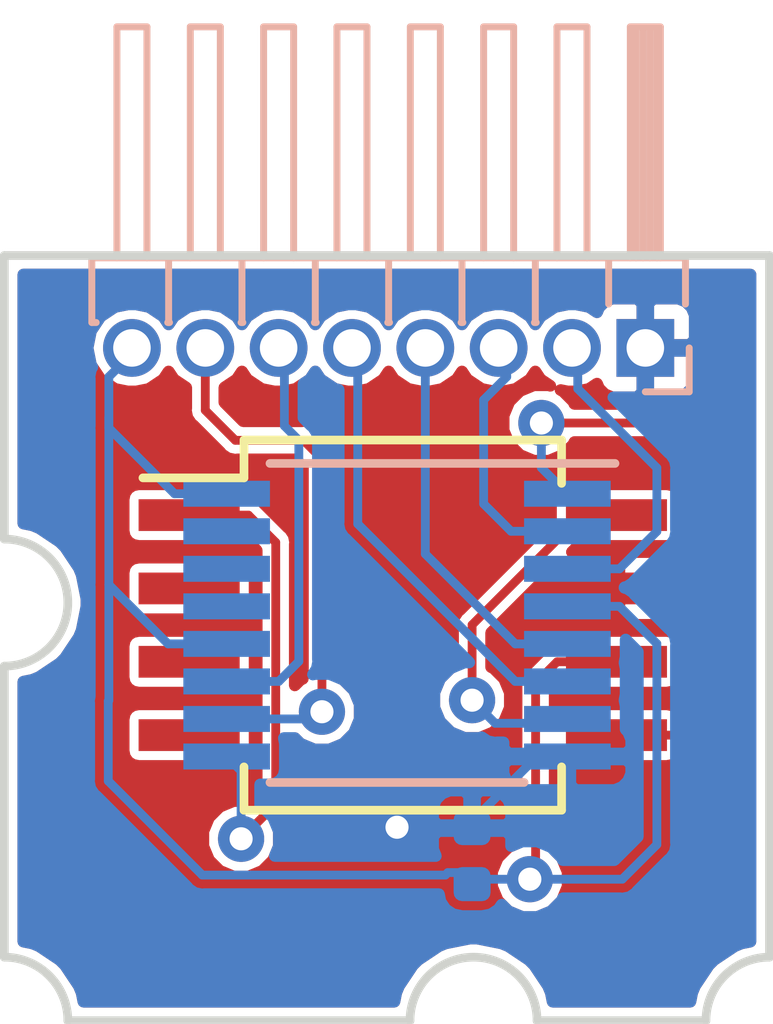
<source format=kicad_pcb>
(kicad_pcb (version 20171130) (host pcbnew 5.0.2-bee76a0~70~ubuntu18.04.1)

  (general
    (thickness 1)
    (drawings 10)
    (tracks 91)
    (zones 0)
    (modules 4)
    (nets 18)
  )

  (page A4)
  (layers
    (0 F.Cu signal)
    (31 B.Cu signal)
    (32 B.Adhes user)
    (33 F.Adhes user)
    (34 B.Paste user)
    (35 F.Paste user)
    (36 B.SilkS user)
    (37 F.SilkS user)
    (38 B.Mask user)
    (39 F.Mask user)
    (40 Dwgs.User user hide)
    (41 Cmts.User user)
    (42 Eco1.User user)
    (43 Eco2.User user)
    (44 Edge.Cuts user)
    (45 Margin user)
    (46 B.CrtYd user)
    (47 F.CrtYd user)
    (48 B.Fab user hide)
    (49 F.Fab user hide)
  )

  (setup
    (last_trace_width 0.1524)
    (trace_clearance 0.1524)
    (zone_clearance 0.1524)
    (zone_45_only no)
    (trace_min 0.1524)
    (segment_width 0.2)
    (edge_width 0.15)
    (via_size 0.8)
    (via_drill 0.4)
    (via_min_size 0.4)
    (via_min_drill 0.3)
    (uvia_size 0.3)
    (uvia_drill 0.1)
    (uvias_allowed no)
    (uvia_min_size 0.2)
    (uvia_min_drill 0.1)
    (pcb_text_width 0.3)
    (pcb_text_size 1.5 1.5)
    (mod_edge_width 0.15)
    (mod_text_size 1 1)
    (mod_text_width 0.15)
    (pad_size 1.524 1.524)
    (pad_drill 0.762)
    (pad_to_mask_clearance 0.2)
    (solder_mask_min_width 0.25)
    (aux_axis_origin 130.875 80.1)
    (grid_origin 130.875 80.1)
    (visible_elements 7FFFFF7F)
    (pcbplotparams
      (layerselection 0x010fc_ffffffff)
      (usegerberextensions true)
      (usegerberattributes false)
      (usegerberadvancedattributes false)
      (creategerberjobfile false)
      (excludeedgelayer true)
      (linewidth 0.100000)
      (plotframeref false)
      (viasonmask false)
      (mode 1)
      (useauxorigin false)
      (hpglpennumber 1)
      (hpglpenspeed 20)
      (hpglpendiameter 15.000000)
      (psnegative false)
      (psa4output false)
      (plotreference true)
      (plotvalue false)
      (plotinvisibletext false)
      (padsonsilk false)
      (subtractmaskfromsilk false)
      (outputformat 1)
      (mirror false)
      (drillshape 0)
      (scaleselection 1)
      (outputdirectory "TLI5012B_RS422_grb/"))
  )

  (net 0 "")
  (net 1 +5V)
  (net 2 GND)
  (net 3 /IFA)
  (net 4 /IFB)
  (net 5 /IFC)
  (net 6 /A_OUT_)
  (net 7 /A_OUT)
  (net 8 /B_OUT_)
  (net 9 /B_OUT)
  (net 10 /C_OUT_)
  (net 11 /C_OUT)
  (net 12 "Net-(U1-Pad2)")
  (net 13 "Net-(U1-Pad3)")
  (net 14 "Net-(U1-Pad4)")
  (net 15 "Net-(U2-Pad13)")
  (net 16 "Net-(U2-Pad14)")
  (net 17 "Net-(U2-Pad15)")

  (net_class Default "This is the default net class."
    (clearance 0.1524)
    (trace_width 0.1524)
    (via_dia 0.8)
    (via_drill 0.4)
    (uvia_dia 0.3)
    (uvia_drill 0.1)
    (add_net +5V)
    (add_net /A_OUT)
    (add_net /A_OUT_)
    (add_net /B_OUT)
    (add_net /B_OUT_)
    (add_net /C_OUT)
    (add_net /C_OUT_)
    (add_net /IFA)
    (add_net /IFB)
    (add_net /IFC)
    (add_net GND)
    (add_net "Net-(U1-Pad2)")
    (add_net "Net-(U1-Pad3)")
    (add_net "Net-(U1-Pad4)")
    (add_net "Net-(U2-Pad13)")
    (add_net "Net-(U2-Pad14)")
    (add_net "Net-(U2-Pad15)")
  )

  (net_class PWR ""
    (clearance 0.1524)
    (trace_width 0.254)
    (via_dia 0.8)
    (via_drill 0.4)
    (uvia_dia 0.3)
    (uvia_drill 0.1)
  )

  (module Package_SO:SO-8_5.3x6.2mm_P1.27mm (layer F.Cu) (tedit 5A02F2D3) (tstamp 5D39C21E)
    (at 137.775 86.5)
    (descr "8-Lead Plastic Small Outline, 5.3x6.2mm Body (http://www.ti.com.cn/cn/lit/ds/symlink/tl7705a.pdf)")
    (tags "SOIC 1.27")
    (path /5D38797F)
    (attr smd)
    (fp_text reference U1 (at 0 -4.13) (layer F.SilkS) hide
      (effects (font (size 1 1) (thickness 0.15)))
    )
    (fp_text value TLI5012B (at 0 4.13) (layer F.Fab)
      (effects (font (size 1 1) (thickness 0.15)))
    )
    (fp_text user %R (at 0 0) (layer F.Fab)
      (effects (font (size 1 1) (thickness 0.15)))
    )
    (fp_line (start -1.65 -3.1) (end 2.65 -3.1) (layer F.Fab) (width 0.15))
    (fp_line (start 2.65 -3.1) (end 2.65 3.1) (layer F.Fab) (width 0.15))
    (fp_line (start 2.65 3.1) (end -2.65 3.1) (layer F.Fab) (width 0.15))
    (fp_line (start -2.65 3.1) (end -2.65 -2.1) (layer F.Fab) (width 0.15))
    (fp_line (start -2.65 -2.1) (end -1.65 -3.1) (layer F.Fab) (width 0.15))
    (fp_line (start -4.83 -3.35) (end -4.83 3.35) (layer F.CrtYd) (width 0.05))
    (fp_line (start 4.83 -3.35) (end 4.83 3.35) (layer F.CrtYd) (width 0.05))
    (fp_line (start -4.83 -3.35) (end 4.83 -3.35) (layer F.CrtYd) (width 0.05))
    (fp_line (start -4.83 3.35) (end 4.83 3.35) (layer F.CrtYd) (width 0.05))
    (fp_line (start -2.75 -3.205) (end -2.75 -2.55) (layer F.SilkS) (width 0.15))
    (fp_line (start 2.75 -3.205) (end 2.75 -2.455) (layer F.SilkS) (width 0.15))
    (fp_line (start 2.75 3.205) (end 2.75 2.455) (layer F.SilkS) (width 0.15))
    (fp_line (start -2.75 3.205) (end -2.75 2.455) (layer F.SilkS) (width 0.15))
    (fp_line (start -2.75 -3.205) (end 2.75 -3.205) (layer F.SilkS) (width 0.15))
    (fp_line (start -2.75 3.205) (end 2.75 3.205) (layer F.SilkS) (width 0.15))
    (fp_line (start -2.75 -2.55) (end -4.5 -2.55) (layer F.SilkS) (width 0.15))
    (pad 1 smd rect (at -3.7 -1.905) (size 1.75 0.55) (layers F.Cu F.Paste F.Mask)
      (net 5 /IFC))
    (pad 2 smd rect (at -3.7 -0.635) (size 1.75 0.55) (layers F.Cu F.Paste F.Mask)
      (net 12 "Net-(U1-Pad2)"))
    (pad 3 smd rect (at -3.7 0.635) (size 1.75 0.55) (layers F.Cu F.Paste F.Mask)
      (net 13 "Net-(U1-Pad3)"))
    (pad 4 smd rect (at -3.7 1.905) (size 1.75 0.55) (layers F.Cu F.Paste F.Mask)
      (net 14 "Net-(U1-Pad4)"))
    (pad 5 smd rect (at 3.7 1.905) (size 1.75 0.55) (layers F.Cu F.Paste F.Mask)
      (net 3 /IFA))
    (pad 6 smd rect (at 3.7 0.635) (size 1.75 0.55) (layers F.Cu F.Paste F.Mask)
      (net 1 +5V))
    (pad 7 smd rect (at 3.7 -0.635) (size 1.75 0.55) (layers F.Cu F.Paste F.Mask)
      (net 2 GND))
    (pad 8 smd rect (at 3.7 -1.905) (size 1.75 0.55) (layers F.Cu F.Paste F.Mask)
      (net 4 /IFB))
    (model ${KISYS3DMOD}/Package_SO.3dshapes/SO-8_5.3x6.2mm_P1.27mm.wrl
      (at (xyz 0 0 0))
      (scale (xyz 1 1 1))
      (rotate (xyz 0 0 0))
    )
  )

  (module Capacitor_SMD:C_0402_1005Metric (layer B.Cu) (tedit 5E1E1855) (tstamp 5E342CC1)
    (at 138.975 90.5 90)
    (descr "Capacitor SMD 0402 (1005 Metric), square (rectangular) end terminal, IPC_7351 nominal, (Body size source: http://www.tortai-tech.com/upload/download/2011102023233369053.pdf), generated with kicad-footprint-generator")
    (tags capacitor)
    (path /5E1E300A)
    (attr smd)
    (fp_text reference C1 (at 0 1.17 90) (layer B.SilkS) hide
      (effects (font (size 1 1) (thickness 0.15)) (justify mirror))
    )
    (fp_text value 0.1u (at 0 -1.17 90) (layer B.Fab)
      (effects (font (size 1 1) (thickness 0.15)) (justify mirror))
    )
    (fp_line (start -0.5 -0.25) (end -0.5 0.25) (layer B.Fab) (width 0.1))
    (fp_line (start -0.5 0.25) (end 0.5 0.25) (layer B.Fab) (width 0.1))
    (fp_line (start 0.5 0.25) (end 0.5 -0.25) (layer B.Fab) (width 0.1))
    (fp_line (start 0.5 -0.25) (end -0.5 -0.25) (layer B.Fab) (width 0.1))
    (fp_line (start -0.93 -0.47) (end -0.93 0.47) (layer B.CrtYd) (width 0.05))
    (fp_line (start -0.93 0.47) (end 0.93 0.47) (layer B.CrtYd) (width 0.05))
    (fp_line (start 0.93 0.47) (end 0.93 -0.47) (layer B.CrtYd) (width 0.05))
    (fp_line (start 0.93 -0.47) (end -0.93 -0.47) (layer B.CrtYd) (width 0.05))
    (fp_text user %R (at 0 0 90) (layer B.Fab)
      (effects (font (size 0.25 0.25) (thickness 0.04)) (justify mirror))
    )
    (pad 1 smd roundrect (at -0.485 0 90) (size 0.59 0.64) (layers B.Cu B.Paste B.Mask) (roundrect_rratio 0.25)
      (net 1 +5V))
    (pad 2 smd roundrect (at 0.485 0 90) (size 0.59 0.64) (layers B.Cu B.Paste B.Mask) (roundrect_rratio 0.25)
      (net 2 GND))
    (model ${KISYS3DMOD}/Capacitor_SMD.3dshapes/C_0402_1005Metric.wrl
      (at (xyz 0 0 0))
      (scale (xyz 1 1 1))
      (rotate (xyz 0 0 0))
    )
  )

  (module Connector_PinHeader_1.27mm:PinHeader_1x08_P1.27mm_Horizontal (layer B.Cu) (tedit 5E1E1641) (tstamp 5E342CC2)
    (at 141.975 81.7 90)
    (descr "Through hole angled pin header, 1x08, 1.27mm pitch, 4.0mm pin length, single row")
    (tags "Through hole angled pin header THT 1x08 1.27mm single row")
    (path /5E1E28EC)
    (fp_text reference J1 (at 2.4325 1.635 90) (layer B.SilkS) hide
      (effects (font (size 1 1) (thickness 0.15)) (justify mirror))
    )
    (fp_text value Conn_01x08_Female (at 2.4325 -10.525 90) (layer B.Fab)
      (effects (font (size 1 1) (thickness 0.15)) (justify mirror))
    )
    (fp_line (start 0.75 0.635) (end 1.5 0.635) (layer B.Fab) (width 0.1))
    (fp_line (start 1.5 0.635) (end 1.5 -9.525) (layer B.Fab) (width 0.1))
    (fp_line (start 1.5 -9.525) (end 0.5 -9.525) (layer B.Fab) (width 0.1))
    (fp_line (start 0.5 -9.525) (end 0.5 0.385) (layer B.Fab) (width 0.1))
    (fp_line (start 0.5 0.385) (end 0.75 0.635) (layer B.Fab) (width 0.1))
    (fp_line (start -0.2 0.2) (end 0.5 0.2) (layer B.Fab) (width 0.1))
    (fp_line (start -0.2 0.2) (end -0.2 -0.2) (layer B.Fab) (width 0.1))
    (fp_line (start -0.2 -0.2) (end 0.5 -0.2) (layer B.Fab) (width 0.1))
    (fp_line (start 1.5 0.2) (end 5.5 0.2) (layer B.Fab) (width 0.1))
    (fp_line (start 5.5 0.2) (end 5.5 -0.2) (layer B.Fab) (width 0.1))
    (fp_line (start 1.5 -0.2) (end 5.5 -0.2) (layer B.Fab) (width 0.1))
    (fp_line (start -0.2 -1.07) (end 0.5 -1.07) (layer B.Fab) (width 0.1))
    (fp_line (start -0.2 -1.07) (end -0.2 -1.47) (layer B.Fab) (width 0.1))
    (fp_line (start -0.2 -1.47) (end 0.5 -1.47) (layer B.Fab) (width 0.1))
    (fp_line (start 1.5 -1.07) (end 5.5 -1.07) (layer B.Fab) (width 0.1))
    (fp_line (start 5.5 -1.07) (end 5.5 -1.47) (layer B.Fab) (width 0.1))
    (fp_line (start 1.5 -1.47) (end 5.5 -1.47) (layer B.Fab) (width 0.1))
    (fp_line (start -0.2 -2.34) (end 0.5 -2.34) (layer B.Fab) (width 0.1))
    (fp_line (start -0.2 -2.34) (end -0.2 -2.74) (layer B.Fab) (width 0.1))
    (fp_line (start -0.2 -2.74) (end 0.5 -2.74) (layer B.Fab) (width 0.1))
    (fp_line (start 1.5 -2.34) (end 5.5 -2.34) (layer B.Fab) (width 0.1))
    (fp_line (start 5.5 -2.34) (end 5.5 -2.74) (layer B.Fab) (width 0.1))
    (fp_line (start 1.5 -2.74) (end 5.5 -2.74) (layer B.Fab) (width 0.1))
    (fp_line (start -0.2 -3.61) (end 0.5 -3.61) (layer B.Fab) (width 0.1))
    (fp_line (start -0.2 -3.61) (end -0.2 -4.01) (layer B.Fab) (width 0.1))
    (fp_line (start -0.2 -4.01) (end 0.5 -4.01) (layer B.Fab) (width 0.1))
    (fp_line (start 1.5 -3.61) (end 5.5 -3.61) (layer B.Fab) (width 0.1))
    (fp_line (start 5.5 -3.61) (end 5.5 -4.01) (layer B.Fab) (width 0.1))
    (fp_line (start 1.5 -4.01) (end 5.5 -4.01) (layer B.Fab) (width 0.1))
    (fp_line (start -0.2 -4.88) (end 0.5 -4.88) (layer B.Fab) (width 0.1))
    (fp_line (start -0.2 -4.88) (end -0.2 -5.28) (layer B.Fab) (width 0.1))
    (fp_line (start -0.2 -5.28) (end 0.5 -5.28) (layer B.Fab) (width 0.1))
    (fp_line (start 1.5 -4.88) (end 5.5 -4.88) (layer B.Fab) (width 0.1))
    (fp_line (start 5.5 -4.88) (end 5.5 -5.28) (layer B.Fab) (width 0.1))
    (fp_line (start 1.5 -5.28) (end 5.5 -5.28) (layer B.Fab) (width 0.1))
    (fp_line (start -0.2 -6.15) (end 0.5 -6.15) (layer B.Fab) (width 0.1))
    (fp_line (start -0.2 -6.15) (end -0.2 -6.55) (layer B.Fab) (width 0.1))
    (fp_line (start -0.2 -6.55) (end 0.5 -6.55) (layer B.Fab) (width 0.1))
    (fp_line (start 1.5 -6.15) (end 5.5 -6.15) (layer B.Fab) (width 0.1))
    (fp_line (start 5.5 -6.15) (end 5.5 -6.55) (layer B.Fab) (width 0.1))
    (fp_line (start 1.5 -6.55) (end 5.5 -6.55) (layer B.Fab) (width 0.1))
    (fp_line (start -0.2 -7.42) (end 0.5 -7.42) (layer B.Fab) (width 0.1))
    (fp_line (start -0.2 -7.42) (end -0.2 -7.82) (layer B.Fab) (width 0.1))
    (fp_line (start -0.2 -7.82) (end 0.5 -7.82) (layer B.Fab) (width 0.1))
    (fp_line (start 1.5 -7.42) (end 5.5 -7.42) (layer B.Fab) (width 0.1))
    (fp_line (start 5.5 -7.42) (end 5.5 -7.82) (layer B.Fab) (width 0.1))
    (fp_line (start 1.5 -7.82) (end 5.5 -7.82) (layer B.Fab) (width 0.1))
    (fp_line (start -0.2 -8.69) (end 0.5 -8.69) (layer B.Fab) (width 0.1))
    (fp_line (start -0.2 -8.69) (end -0.2 -9.09) (layer B.Fab) (width 0.1))
    (fp_line (start -0.2 -9.09) (end 0.5 -9.09) (layer B.Fab) (width 0.1))
    (fp_line (start 1.5 -8.69) (end 5.5 -8.69) (layer B.Fab) (width 0.1))
    (fp_line (start 5.5 -8.69) (end 5.5 -9.09) (layer B.Fab) (width 0.1))
    (fp_line (start 1.5 -9.09) (end 5.5 -9.09) (layer B.Fab) (width 0.1))
    (fp_line (start 0.76 0.695) (end 1.56 0.695) (layer B.SilkS) (width 0.12))
    (fp_line (start 1.56 0.695) (end 1.56 -9.585) (layer B.SilkS) (width 0.12))
    (fp_line (start 1.56 -9.585) (end 0.44 -9.585) (layer B.SilkS) (width 0.12))
    (fp_line (start 0.44 -9.585) (end 0.44 -9.509677) (layer B.SilkS) (width 0.12))
    (fp_line (start 1.56 0.26) (end 5.56 0.26) (layer B.SilkS) (width 0.12))
    (fp_line (start 5.56 0.26) (end 5.56 -0.26) (layer B.SilkS) (width 0.12))
    (fp_line (start 5.56 -0.26) (end 1.56 -0.26) (layer B.SilkS) (width 0.12))
    (fp_line (start 1.56 0.2) (end 5.56 0.2) (layer B.SilkS) (width 0.12))
    (fp_line (start 1.56 0.08) (end 5.56 0.08) (layer B.SilkS) (width 0.12))
    (fp_line (start 1.56 -0.04) (end 5.56 -0.04) (layer B.SilkS) (width 0.12))
    (fp_line (start 1.56 -0.16) (end 5.56 -0.16) (layer B.SilkS) (width 0.12))
    (fp_line (start 0.76 -0.635) (end 1.56 -0.635) (layer B.SilkS) (width 0.12))
    (fp_line (start 1.56 -1.01) (end 5.56 -1.01) (layer B.SilkS) (width 0.12))
    (fp_line (start 5.56 -1.01) (end 5.56 -1.53) (layer B.SilkS) (width 0.12))
    (fp_line (start 5.56 -1.53) (end 1.56 -1.53) (layer B.SilkS) (width 0.12))
    (fp_line (start 0.44 -1.905) (end 1.56 -1.905) (layer B.SilkS) (width 0.12))
    (fp_line (start 0.44 -1.889677) (end 0.44 -1.920323) (layer B.SilkS) (width 0.12))
    (fp_line (start 1.56 -2.28) (end 5.56 -2.28) (layer B.SilkS) (width 0.12))
    (fp_line (start 5.56 -2.28) (end 5.56 -2.8) (layer B.SilkS) (width 0.12))
    (fp_line (start 5.56 -2.8) (end 1.56 -2.8) (layer B.SilkS) (width 0.12))
    (fp_line (start 0.44 -3.175) (end 1.56 -3.175) (layer B.SilkS) (width 0.12))
    (fp_line (start 0.44 -3.159677) (end 0.44 -3.190323) (layer B.SilkS) (width 0.12))
    (fp_line (start 1.56 -3.55) (end 5.56 -3.55) (layer B.SilkS) (width 0.12))
    (fp_line (start 5.56 -3.55) (end 5.56 -4.07) (layer B.SilkS) (width 0.12))
    (fp_line (start 5.56 -4.07) (end 1.56 -4.07) (layer B.SilkS) (width 0.12))
    (fp_line (start 0.44 -4.445) (end 1.56 -4.445) (layer B.SilkS) (width 0.12))
    (fp_line (start 0.44 -4.429677) (end 0.44 -4.460323) (layer B.SilkS) (width 0.12))
    (fp_line (start 1.56 -4.82) (end 5.56 -4.82) (layer B.SilkS) (width 0.12))
    (fp_line (start 5.56 -4.82) (end 5.56 -5.34) (layer B.SilkS) (width 0.12))
    (fp_line (start 5.56 -5.34) (end 1.56 -5.34) (layer B.SilkS) (width 0.12))
    (fp_line (start 0.44 -5.715) (end 1.56 -5.715) (layer B.SilkS) (width 0.12))
    (fp_line (start 0.44 -5.699677) (end 0.44 -5.730323) (layer B.SilkS) (width 0.12))
    (fp_line (start 1.56 -6.09) (end 5.56 -6.09) (layer B.SilkS) (width 0.12))
    (fp_line (start 5.56 -6.09) (end 5.56 -6.61) (layer B.SilkS) (width 0.12))
    (fp_line (start 5.56 -6.61) (end 1.56 -6.61) (layer B.SilkS) (width 0.12))
    (fp_line (start 0.44 -6.985) (end 1.56 -6.985) (layer B.SilkS) (width 0.12))
    (fp_line (start 0.44 -6.969677) (end 0.44 -7.000323) (layer B.SilkS) (width 0.12))
    (fp_line (start 1.56 -7.36) (end 5.56 -7.36) (layer B.SilkS) (width 0.12))
    (fp_line (start 5.56 -7.36) (end 5.56 -7.88) (layer B.SilkS) (width 0.12))
    (fp_line (start 5.56 -7.88) (end 1.56 -7.88) (layer B.SilkS) (width 0.12))
    (fp_line (start 0.44 -8.255) (end 1.56 -8.255) (layer B.SilkS) (width 0.12))
    (fp_line (start 0.44 -8.239677) (end 0.44 -8.270323) (layer B.SilkS) (width 0.12))
    (fp_line (start 1.56 -8.63) (end 5.56 -8.63) (layer B.SilkS) (width 0.12))
    (fp_line (start 5.56 -8.63) (end 5.56 -9.15) (layer B.SilkS) (width 0.12))
    (fp_line (start 5.56 -9.15) (end 1.56 -9.15) (layer B.SilkS) (width 0.12))
    (fp_line (start -0.76 0) (end -0.76 0.76) (layer B.SilkS) (width 0.12))
    (fp_line (start -0.76 0.76) (end 0 0.76) (layer B.SilkS) (width 0.12))
    (fp_line (start -1.15 1.15) (end -1.15 -10.05) (layer B.CrtYd) (width 0.05))
    (fp_line (start -1.15 -10.05) (end 6 -10.05) (layer B.CrtYd) (width 0.05))
    (fp_line (start 6 -10.05) (end 6 1.15) (layer B.CrtYd) (width 0.05))
    (fp_line (start 6 1.15) (end -1.15 1.15) (layer B.CrtYd) (width 0.05))
    (fp_text user %R (at 1 -4.445) (layer B.Fab)
      (effects (font (size 0.6 0.6) (thickness 0.09)) (justify mirror))
    )
    (pad 1 thru_hole rect (at 0 0 90) (size 1 1) (drill 0.65) (layers *.Cu *.Mask)
      (net 2 GND))
    (pad 2 thru_hole oval (at 0 -1.27 90) (size 1 1) (drill 0.65) (layers *.Cu *.Mask)
      (net 6 /A_OUT_))
    (pad 3 thru_hole oval (at 0 -2.54 90) (size 1 1) (drill 0.65) (layers *.Cu *.Mask)
      (net 7 /A_OUT))
    (pad 4 thru_hole oval (at 0 -3.81 90) (size 1 1) (drill 0.65) (layers *.Cu *.Mask)
      (net 8 /B_OUT_))
    (pad 5 thru_hole oval (at 0 -5.08 90) (size 1 1) (drill 0.65) (layers *.Cu *.Mask)
      (net 9 /B_OUT))
    (pad 6 thru_hole oval (at 0 -6.35 90) (size 1 1) (drill 0.65) (layers *.Cu *.Mask)
      (net 10 /C_OUT_))
    (pad 7 thru_hole oval (at 0 -7.62 90) (size 1 1) (drill 0.65) (layers *.Cu *.Mask)
      (net 11 /C_OUT))
    (pad 8 thru_hole oval (at 0 -8.89 90) (size 1 1) (drill 0.65) (layers *.Cu *.Mask)
      (net 1 +5V))
    (model ${KISYS3DMOD}/Connector_PinHeader_1.27mm.3dshapes/PinHeader_1x08_P1.27mm_Horizontal.wrl
      (at (xyz 0 0 0))
      (scale (xyz 1 1 1))
      (rotate (xyz 0 0 0))
    )
  )

  (module Package_SO:TSSOP-16_4.4x5mm_P0.65mm (layer B.Cu) (tedit 5E1E163D) (tstamp 5E342D55)
    (at 137.675 86.5 180)
    (descr "16-Lead Plastic Thin Shrink Small Outline (ST)-4.4 mm Body [TSSOP] (see Microchip Packaging Specification 00000049BS.pdf)")
    (tags "SSOP 0.65")
    (path /5E1E275F)
    (attr smd)
    (fp_text reference U2 (at 0 3.55 180) (layer B.SilkS) hide
      (effects (font (size 1 1) (thickness 0.15)) (justify mirror))
    )
    (fp_text value ST26C31B (at 0 -3.55 180) (layer B.Fab)
      (effects (font (size 1 1) (thickness 0.15)) (justify mirror))
    )
    (fp_line (start -1.2 2.5) (end 2.2 2.5) (layer B.Fab) (width 0.15))
    (fp_line (start 2.2 2.5) (end 2.2 -2.5) (layer B.Fab) (width 0.15))
    (fp_line (start 2.2 -2.5) (end -2.2 -2.5) (layer B.Fab) (width 0.15))
    (fp_line (start -2.2 -2.5) (end -2.2 1.5) (layer B.Fab) (width 0.15))
    (fp_line (start -2.2 1.5) (end -1.2 2.5) (layer B.Fab) (width 0.15))
    (fp_line (start -3.95 2.9) (end -3.95 -2.8) (layer B.CrtYd) (width 0.05))
    (fp_line (start 3.95 2.9) (end 3.95 -2.8) (layer B.CrtYd) (width 0.05))
    (fp_line (start -3.95 2.9) (end 3.95 2.9) (layer B.CrtYd) (width 0.05))
    (fp_line (start -3.95 -2.8) (end 3.95 -2.8) (layer B.CrtYd) (width 0.05))
    (fp_line (start -2.2 -2.725) (end 2.2 -2.725) (layer B.SilkS) (width 0.15))
    (fp_line (start -3.775 2.8) (end 2.2 2.8) (layer B.SilkS) (width 0.15))
    (fp_text user %R (at 0 0 180) (layer B.Fab)
      (effects (font (size 0.8 0.8) (thickness 0.15)) (justify mirror))
    )
    (pad 1 smd rect (at -2.95 2.275 180) (size 1.5 0.45) (layers B.Cu B.Paste B.Mask)
      (net 3 /IFA))
    (pad 2 smd rect (at -2.95 1.625 180) (size 1.5 0.45) (layers B.Cu B.Paste B.Mask)
      (net 7 /A_OUT))
    (pad 3 smd rect (at -2.95 0.975 180) (size 1.5 0.45) (layers B.Cu B.Paste B.Mask)
      (net 6 /A_OUT_))
    (pad 4 smd rect (at -2.95 0.325 180) (size 1.5 0.45) (layers B.Cu B.Paste B.Mask)
      (net 1 +5V))
    (pad 5 smd rect (at -2.95 -0.325 180) (size 1.5 0.45) (layers B.Cu B.Paste B.Mask)
      (net 8 /B_OUT_))
    (pad 6 smd rect (at -2.95 -0.975 180) (size 1.5 0.45) (layers B.Cu B.Paste B.Mask)
      (net 9 /B_OUT))
    (pad 7 smd rect (at -2.95 -1.625 180) (size 1.5 0.45) (layers B.Cu B.Paste B.Mask)
      (net 4 /IFB))
    (pad 8 smd rect (at -2.95 -2.275 180) (size 1.5 0.45) (layers B.Cu B.Paste B.Mask)
      (net 2 GND))
    (pad 9 smd rect (at 2.95 -2.275 180) (size 1.5 0.45) (layers B.Cu B.Paste B.Mask)
      (net 5 /IFC))
    (pad 10 smd rect (at 2.95 -1.625 180) (size 1.5 0.45) (layers B.Cu B.Paste B.Mask)
      (net 11 /C_OUT))
    (pad 11 smd rect (at 2.95 -0.975 180) (size 1.5 0.45) (layers B.Cu B.Paste B.Mask)
      (net 10 /C_OUT_))
    (pad 12 smd rect (at 2.95 -0.325 180) (size 1.5 0.45) (layers B.Cu B.Paste B.Mask)
      (net 1 +5V))
    (pad 13 smd rect (at 2.95 0.325 180) (size 1.5 0.45) (layers B.Cu B.Paste B.Mask)
      (net 15 "Net-(U2-Pad13)"))
    (pad 14 smd rect (at 2.95 0.975 180) (size 1.5 0.45) (layers B.Cu B.Paste B.Mask)
      (net 16 "Net-(U2-Pad14)"))
    (pad 15 smd rect (at 2.95 1.625 180) (size 1.5 0.45) (layers B.Cu B.Paste B.Mask)
      (net 17 "Net-(U2-Pad15)"))
    (pad 16 smd rect (at 2.95 2.275 180) (size 1.5 0.45) (layers B.Cu B.Paste B.Mask)
      (net 1 +5V))
    (model ${KISYS3DMOD}/Package_SO.3dshapes/TSSOP-16_4.4x5mm_P0.65mm.wrl
      (at (xyz 0 0 0))
      (scale (xyz 1 1 1))
      (rotate (xyz 0 0 0))
    )
  )

  (gr_arc (start 130.875 86.11) (end 130.875 85.01) (angle 180) (layer Edge.Cuts) (width 0.15) (tstamp 5B9FA8D2))
  (gr_line (start 130.875 80.1) (end 130.875 85.01) (angle 90) (layer Edge.Cuts) (width 0.15) (tstamp 5B9FA8D1))
  (gr_arc (start 144.125 93.35) (end 143.025 93.35) (angle 90) (layer Edge.Cuts) (width 0.15) (tstamp 5B9FA8D0))
  (gr_arc (start 139 93.35) (end 137.9 93.35) (angle 180) (layer Edge.Cuts) (width 0.15) (tstamp 5B9FA8CF))
  (gr_line (start 143.025 93.35) (end 140.1 93.35) (angle 90) (layer Edge.Cuts) (width 0.15) (tstamp 5B9FA8CE))
  (gr_line (start 130.875 80.1) (end 144.125 80.1) (angle 90) (layer Edge.Cuts) (width 0.15) (tstamp 5B9FA8CD))
  (gr_line (start 144.125 80.1) (end 144.125 92.25) (angle 90) (layer Edge.Cuts) (width 0.15) (tstamp 5B9FA8CC))
  (gr_line (start 137.9 93.35) (end 131.975 93.35) (angle 90) (layer Edge.Cuts) (width 0.15) (tstamp 5B9FA8CB))
  (gr_line (start 130.875 92.25) (end 130.875 87.21) (angle 90) (layer Edge.Cuts) (width 0.15) (tstamp 5B9FA8CA))
  (gr_arc (start 130.875 93.35) (end 130.875 92.25) (angle 90) (layer Edge.Cuts) (width 0.15) (tstamp 5B9FA8C9))

  (segment (start 134.2 84.225) (end 134.725 84.225) (width 0.1524) (layer B.Cu) (net 1))
  (segment (start 140.4476 87.135) (end 140.075 87.5076) (width 0.1524) (layer F.Cu) (net 1))
  (segment (start 141.475 87.135) (end 140.4476 87.135) (width 0.1524) (layer F.Cu) (net 1))
  (segment (start 140.075 87.5076) (end 140.075 90.8) (width 0.1524) (layer F.Cu) (net 1))
  (via (at 139.975 90.9) (size 0.8) (drill 0.4) (layers F.Cu B.Cu) (net 1))
  (segment (start 140.075 90.8) (end 139.975 90.9) (width 0.1524) (layer F.Cu) (net 1))
  (segment (start 141.5274 86.175) (end 142.175 86.8226) (width 0.1524) (layer B.Cu) (net 1))
  (segment (start 140.625 86.175) (end 141.5274 86.175) (width 0.1524) (layer B.Cu) (net 1))
  (segment (start 142.175 86.8226) (end 142.175 90.3) (width 0.1524) (layer B.Cu) (net 1))
  (segment (start 141.575 90.9) (end 139.975 90.9) (width 0.1524) (layer B.Cu) (net 1))
  (segment (start 142.175 90.3) (end 141.575 90.9) (width 0.1524) (layer B.Cu) (net 1))
  (segment (start 133.185 81.7) (end 132.685001 82.199999) (width 0.1524) (layer B.Cu) (net 1))
  (segment (start 133.710001 86.825) (end 132.685001 85.8) (width 0.1524) (layer B.Cu) (net 1))
  (segment (start 134.725 86.825) (end 133.710001 86.825) (width 0.1524) (layer B.Cu) (net 1))
  (segment (start 132.685001 83.087401) (end 132.685001 82.9) (width 0.1524) (layer B.Cu) (net 1))
  (segment (start 133.8226 84.225) (end 132.685001 83.087401) (width 0.1524) (layer B.Cu) (net 1))
  (segment (start 134.725 84.225) (end 133.8226 84.225) (width 0.1524) (layer B.Cu) (net 1))
  (segment (start 132.685001 82.199999) (end 132.685001 82.9) (width 0.1524) (layer B.Cu) (net 1))
  (segment (start 132.685001 82.9) (end 132.685001 85.8) (width 0.1524) (layer B.Cu) (net 1))
  (segment (start 132.675 87.815) (end 132.675 89.2) (width 0.1524) (layer B.Cu) (net 1))
  (segment (start 132.685001 85.8) (end 132.685001 87.804999) (width 0.1524) (layer B.Cu) (net 1))
  (segment (start 132.685001 87.804999) (end 132.675 87.815) (width 0.1524) (layer B.Cu) (net 1))
  (segment (start 139.89 90.985) (end 139.975 90.9) (width 0.1524) (layer B.Cu) (net 1))
  (segment (start 139.09 90.9) (end 138.975 90.785) (width 0.1524) (layer B.Cu) (net 1))
  (segment (start 139.975 90.9) (end 139.09 90.9) (width 0.1524) (layer B.Cu) (net 1))
  (segment (start 138.555 90.785) (end 138.511399 90.828601) (width 0.1524) (layer B.Cu) (net 1))
  (segment (start 138.511399 90.828601) (end 134.303601 90.828601) (width 0.1524) (layer B.Cu) (net 1))
  (segment (start 132.675 89.2) (end 134.175 90.7) (width 0.1524) (layer B.Cu) (net 1))
  (segment (start 134.303601 90.828601) (end 134.175 90.7) (width 0.1524) (layer B.Cu) (net 1))
  (segment (start 138.975 90.785) (end 138.555 90.785) (width 0.1524) (layer B.Cu) (net 1))
  (segment (start 138.975 89.9) (end 138.975 90.015) (width 0.1524) (layer B.Cu) (net 2))
  (segment (start 140.1 88.775) (end 138.975 89.9) (width 0.1524) (layer B.Cu) (net 2))
  (segment (start 140.625 88.775) (end 140.1 88.775) (width 0.1524) (layer B.Cu) (net 2))
  (via (at 137.675 90) (size 0.8) (drill 0.4) (layers F.Cu B.Cu) (net 2))
  (segment (start 138.975 90.015) (end 137.69 90.015) (width 0.1524) (layer B.Cu) (net 2))
  (segment (start 137.69 90.015) (end 137.675 90) (width 0.1524) (layer B.Cu) (net 2))
  (via (at 140.175 83) (size 0.8) (drill 0.4) (layers F.Cu B.Cu) (net 3))
  (segment (start 140.175 83.775) (end 140.625 84.225) (width 0.1524) (layer B.Cu) (net 3))
  (segment (start 140.175 83) (end 140.175 83.775) (width 0.1524) (layer B.Cu) (net 3))
  (segment (start 142.975 83.8) (end 142.175 83) (width 0.1524) (layer F.Cu) (net 3))
  (segment (start 142.175 83) (end 140.175 83) (width 0.1524) (layer F.Cu) (net 3))
  (segment (start 142.975 88.1) (end 142.975 83.8) (width 0.1524) (layer F.Cu) (net 3))
  (segment (start 142.67 88.405) (end 142.975 88.1) (width 0.1524) (layer F.Cu) (net 3))
  (segment (start 141.475 88.405) (end 142.67 88.405) (width 0.1524) (layer F.Cu) (net 3))
  (segment (start 138.975 86.495) (end 138.975 87.8) (width 0.1524) (layer F.Cu) (net 4))
  (via (at 138.975 87.8) (size 0.8) (drill 0.4) (layers F.Cu B.Cu) (net 4))
  (segment (start 141.475 84.595) (end 140.875 84.595) (width 0.1524) (layer F.Cu) (net 4))
  (segment (start 140.875 84.595) (end 138.975 86.495) (width 0.1524) (layer F.Cu) (net 4))
  (segment (start 140.550001 88.199999) (end 140.625 88.125) (width 0.1524) (layer B.Cu) (net 4))
  (segment (start 139.374999 88.199999) (end 140.550001 88.199999) (width 0.1524) (layer B.Cu) (net 4))
  (segment (start 138.975 87.8) (end 139.374999 88.199999) (width 0.1524) (layer B.Cu) (net 4))
  (segment (start 135.1024 84.595) (end 135.575 85.0676) (width 0.1524) (layer F.Cu) (net 5))
  (segment (start 134.075 84.595) (end 135.1024 84.595) (width 0.1524) (layer F.Cu) (net 5))
  (via (at 134.975 90.2) (size 0.8) (drill 0.4) (layers F.Cu B.Cu) (net 5))
  (segment (start 135.575 85.0676) (end 135.575 89.6) (width 0.1524) (layer F.Cu) (net 5))
  (segment (start 135.575 89.6) (end 134.975 90.2) (width 0.1524) (layer F.Cu) (net 5))
  (segment (start 134.975 89.025) (end 134.725 88.775) (width 0.1524) (layer B.Cu) (net 5))
  (segment (start 134.975 90.2) (end 134.975 89.025) (width 0.1524) (layer B.Cu) (net 5))
  (segment (start 140.805 82.407106) (end 142.175 83.777106) (width 0.1524) (layer B.Cu) (net 6))
  (segment (start 140.805 81.7) (end 140.805 82.407106) (width 0.1524) (layer B.Cu) (net 6))
  (segment (start 142.175 84.8774) (end 141.5274 85.525) (width 0.1524) (layer B.Cu) (net 6))
  (segment (start 141.5274 85.525) (end 140.625 85.525) (width 0.1524) (layer B.Cu) (net 6))
  (segment (start 142.175 83.777106) (end 142.175 84.8774) (width 0.1524) (layer B.Cu) (net 6))
  (segment (start 139.575 81.74) (end 139.535 81.7) (width 0.1524) (layer B.Cu) (net 7))
  (segment (start 139.575 82.2) (end 139.575 81.74) (width 0.1524) (layer B.Cu) (net 7))
  (segment (start 139.175 82.6) (end 139.575 82.2) (width 0.1524) (layer B.Cu) (net 7))
  (segment (start 139.175 84.4) (end 139.175 82.6) (width 0.1524) (layer B.Cu) (net 7))
  (segment (start 140.625 84.875) (end 139.65 84.875) (width 0.1524) (layer B.Cu) (net 7))
  (segment (start 139.65 84.875) (end 139.175 84.4) (width 0.1524) (layer B.Cu) (net 7))
  (segment (start 139.7226 86.825) (end 140.625 86.825) (width 0.1524) (layer B.Cu) (net 8))
  (segment (start 138.165 85.2674) (end 138.3976 85.5) (width 0.1524) (layer B.Cu) (net 8))
  (segment (start 138.165 81.7) (end 138.165 85.2674) (width 0.1524) (layer B.Cu) (net 8))
  (segment (start 138.3976 85.5) (end 139.7226 86.825) (width 0.1524) (layer B.Cu) (net 8))
  (segment (start 136.995 82.407106) (end 136.995 81.7) (width 0.1524) (layer B.Cu) (net 9))
  (segment (start 136.995 84.7474) (end 136.995 82.407106) (width 0.1524) (layer B.Cu) (net 9))
  (segment (start 139.7226 87.475) (end 136.995 84.7474) (width 0.1524) (layer B.Cu) (net 9))
  (segment (start 140.625 87.475) (end 139.7226 87.475) (width 0.1524) (layer B.Cu) (net 9))
  (segment (start 135.6274 87.475) (end 135.975 87.1274) (width 0.1524) (layer B.Cu) (net 10))
  (segment (start 134.725 87.475) (end 135.6274 87.475) (width 0.1524) (layer B.Cu) (net 10))
  (segment (start 135.975 87.1274) (end 135.975 83.3) (width 0.1524) (layer B.Cu) (net 10))
  (segment (start 135.725 83.05) (end 135.725 81.7) (width 0.1524) (layer B.Cu) (net 10))
  (segment (start 135.975 83.3) (end 135.725 83.05) (width 0.1524) (layer B.Cu) (net 10))
  (via (at 136.375 88) (size 0.8) (drill 0.4) (layers F.Cu B.Cu) (net 11))
  (segment (start 136.375 83.62) (end 136.375 88) (width 0.1524) (layer F.Cu) (net 11))
  (segment (start 136.375 88) (end 136.275 88) (width 0.1524) (layer B.Cu) (net 11))
  (segment (start 136.15 88.125) (end 134.725 88.125) (width 0.1524) (layer B.Cu) (net 11))
  (segment (start 136.275 88) (end 136.15 88.125) (width 0.1524) (layer B.Cu) (net 11))
  (segment (start 134.355 81.7) (end 134.355 82.78) (width 0.1524) (layer F.Cu) (net 11))
  (segment (start 134.875 83.3) (end 136.055 83.3) (width 0.1524) (layer F.Cu) (net 11))
  (segment (start 134.355 82.78) (end 134.875 83.3) (width 0.1524) (layer F.Cu) (net 11))
  (segment (start 136.055 83.3) (end 136.375 83.62) (width 0.1524) (layer F.Cu) (net 11))

  (zone (net 2) (net_name GND) (layer F.Cu) (tstamp 5E3438EB) (hatch edge 0.508)
    (connect_pads (clearance 0.1524))
    (min_thickness 0.2032)
    (fill yes (arc_segments 16) (thermal_gap 0.254) (thermal_bridge_width 0.3048))
    (polygon
      (pts
        (xy 130.875 80.1) (xy 144.125 80.1) (xy 144.125 93.35) (xy 130.875 93.35)
      )
    )
    (filled_polygon
      (pts
        (xy 143.796001 91.979997) (xy 143.639863 92.011055) (xy 143.521265 92.06018) (xy 143.1644 92.29863) (xy 143.07363 92.3894)
        (xy 142.83518 92.746265) (xy 142.786055 92.864863) (xy 142.754997 93.021) (xy 140.370003 93.021) (xy 140.338945 92.864863)
        (xy 140.28982 92.746265) (xy 140.05137 92.3894) (xy 139.960598 92.298628) (xy 139.603735 92.06018) (xy 139.485137 92.011055)
        (xy 139.064185 91.927322) (xy 138.935815 91.927322) (xy 138.514863 92.011055) (xy 138.396265 92.06018) (xy 138.0394 92.29863)
        (xy 137.94863 92.3894) (xy 137.71018 92.746265) (xy 137.661055 92.864863) (xy 137.629997 93.021) (xy 132.245003 93.021)
        (xy 132.213945 92.864863) (xy 132.16482 92.746265) (xy 131.92637 92.3894) (xy 131.835598 92.298628) (xy 131.478735 92.06018)
        (xy 131.360137 92.011055) (xy 131.204 91.979997) (xy 131.204 88.13) (xy 132.941024 88.13) (xy 132.941024 88.68)
        (xy 132.960737 88.779106) (xy 133.016876 88.863124) (xy 133.100894 88.919263) (xy 133.2 88.938976) (xy 134.95 88.938976)
        (xy 135.049106 88.919263) (xy 135.133124 88.863124) (xy 135.189263 88.779106) (xy 135.208976 88.68) (xy 135.208976 88.13)
        (xy 135.189263 88.030894) (xy 135.133124 87.946876) (xy 135.049106 87.890737) (xy 134.95 87.871024) (xy 133.2 87.871024)
        (xy 133.100894 87.890737) (xy 133.016876 87.946876) (xy 132.960737 88.030894) (xy 132.941024 88.13) (xy 131.204 88.13)
        (xy 131.204 87.480003) (xy 131.360137 87.448945) (xy 131.478735 87.39982) (xy 131.8356 87.16137) (xy 131.92637 87.0706)
        (xy 132.067088 86.86) (xy 132.941024 86.86) (xy 132.941024 87.41) (xy 132.960737 87.509106) (xy 133.016876 87.593124)
        (xy 133.100894 87.649263) (xy 133.2 87.668976) (xy 134.95 87.668976) (xy 135.049106 87.649263) (xy 135.133124 87.593124)
        (xy 135.189263 87.509106) (xy 135.208976 87.41) (xy 135.208976 86.86) (xy 135.189263 86.760894) (xy 135.133124 86.676876)
        (xy 135.049106 86.620737) (xy 134.95 86.601024) (xy 133.2 86.601024) (xy 133.100894 86.620737) (xy 133.016876 86.676876)
        (xy 132.960737 86.760894) (xy 132.941024 86.86) (xy 132.067088 86.86) (xy 132.16482 86.713735) (xy 132.213945 86.595137)
        (xy 132.297678 86.174185) (xy 132.297678 86.045815) (xy 132.213945 85.624863) (xy 132.199505 85.59) (xy 132.941024 85.59)
        (xy 132.941024 86.14) (xy 132.960737 86.239106) (xy 133.016876 86.323124) (xy 133.100894 86.379263) (xy 133.2 86.398976)
        (xy 134.95 86.398976) (xy 135.049106 86.379263) (xy 135.133124 86.323124) (xy 135.189263 86.239106) (xy 135.208976 86.14)
        (xy 135.208976 85.59) (xy 135.189263 85.490894) (xy 135.133124 85.406876) (xy 135.049106 85.350737) (xy 134.95 85.331024)
        (xy 133.2 85.331024) (xy 133.100894 85.350737) (xy 133.016876 85.406876) (xy 132.960737 85.490894) (xy 132.941024 85.59)
        (xy 132.199505 85.59) (xy 132.16482 85.506265) (xy 131.92637 85.1494) (xy 131.835598 85.058628) (xy 131.478735 84.82018)
        (xy 131.360137 84.771055) (xy 131.204 84.739997) (xy 131.204 81.7) (xy 132.316229 81.7) (xy 132.374748 81.994196)
        (xy 132.541397 82.243603) (xy 132.790804 82.410252) (xy 133.010741 82.454) (xy 133.159259 82.454) (xy 133.379196 82.410252)
        (xy 133.628603 82.243603) (xy 133.72 82.106818) (xy 133.811397 82.243603) (xy 134.024801 82.386195) (xy 134.024801 82.747473)
        (xy 134.018331 82.78) (xy 134.043958 82.908837) (xy 134.098517 82.99049) (xy 134.098519 82.990492) (xy 134.11694 83.018061)
        (xy 134.144509 83.036482) (xy 134.618517 83.510491) (xy 134.636939 83.538061) (xy 134.664508 83.556482) (xy 134.664509 83.556483)
        (xy 134.746162 83.611042) (xy 134.874999 83.636669) (xy 134.907521 83.6302) (xy 135.918227 83.6302) (xy 136.0448 83.756773)
        (xy 136.044801 87.428888) (xy 136.004539 87.445565) (xy 135.9052 87.544904) (xy 135.9052 85.100116) (xy 135.911668 85.067599)
        (xy 135.9052 85.035082) (xy 135.9052 85.035078) (xy 135.886042 84.938762) (xy 135.81306 84.829539) (xy 135.785491 84.811118)
        (xy 135.358884 84.384511) (xy 135.340461 84.356939) (xy 135.231238 84.283958) (xy 135.200595 84.277863) (xy 135.189263 84.220894)
        (xy 135.133124 84.136876) (xy 135.049106 84.080737) (xy 134.95 84.061024) (xy 133.2 84.061024) (xy 133.100894 84.080737)
        (xy 133.016876 84.136876) (xy 132.960737 84.220894) (xy 132.941024 84.32) (xy 132.941024 84.87) (xy 132.960737 84.969106)
        (xy 133.016876 85.053124) (xy 133.100894 85.109263) (xy 133.2 85.128976) (xy 134.95 85.128976) (xy 135.049106 85.109263)
        (xy 135.109402 85.068975) (xy 135.2448 85.204373) (xy 135.244801 89.463225) (xy 135.14535 89.562677) (xy 135.105089 89.546)
        (xy 134.844911 89.546) (xy 134.604539 89.645565) (xy 134.420565 89.829539) (xy 134.321 90.069911) (xy 134.321 90.330089)
        (xy 134.420565 90.570461) (xy 134.604539 90.754435) (xy 134.844911 90.854) (xy 135.105089 90.854) (xy 135.345461 90.754435)
        (xy 135.529435 90.570461) (xy 135.629 90.330089) (xy 135.629 90.069911) (xy 135.612323 90.02965) (xy 135.785491 89.856483)
        (xy 135.813061 89.838061) (xy 135.886042 89.728838) (xy 135.9052 89.632522) (xy 135.9052 89.632519) (xy 135.911668 89.600001)
        (xy 135.9052 89.567482) (xy 135.9052 88.455096) (xy 136.004539 88.554435) (xy 136.244911 88.654) (xy 136.505089 88.654)
        (xy 136.745461 88.554435) (xy 136.929435 88.370461) (xy 137.029 88.130089) (xy 137.029 87.869911) (xy 136.946158 87.669911)
        (xy 138.321 87.669911) (xy 138.321 87.930089) (xy 138.420565 88.170461) (xy 138.604539 88.354435) (xy 138.844911 88.454)
        (xy 139.105089 88.454) (xy 139.345461 88.354435) (xy 139.529435 88.170461) (xy 139.629 87.930089) (xy 139.629 87.669911)
        (xy 139.529435 87.429539) (xy 139.345461 87.245565) (xy 139.3052 87.228888) (xy 139.3052 86.631773) (xy 139.932273 86.0047)
        (xy 140.2444 86.0047) (xy 140.2444 86.210733) (xy 140.298537 86.341431) (xy 140.398569 86.441463) (xy 140.529267 86.4956)
        (xy 141.3353 86.4956) (xy 141.4242 86.4067) (xy 141.4242 85.9158) (xy 140.3333 85.9158) (xy 140.2444 86.0047)
        (xy 139.932273 86.0047) (xy 140.2444 85.692573) (xy 140.2444 85.7253) (xy 140.3333 85.8142) (xy 141.4242 85.8142)
        (xy 141.4242 85.3233) (xy 141.3353 85.2344) (xy 140.702573 85.2344) (xy 140.807997 85.128976) (xy 142.35 85.128976)
        (xy 142.449106 85.109263) (xy 142.533124 85.053124) (xy 142.589263 84.969106) (xy 142.608976 84.87) (xy 142.608976 84.32)
        (xy 142.589263 84.220894) (xy 142.533124 84.136876) (xy 142.449106 84.080737) (xy 142.35 84.061024) (xy 140.6 84.061024)
        (xy 140.500894 84.080737) (xy 140.416876 84.136876) (xy 140.360737 84.220894) (xy 140.341024 84.32) (xy 140.341024 84.662003)
        (xy 138.764509 86.238518) (xy 138.736939 86.25694) (xy 138.718518 86.284509) (xy 138.718517 86.28451) (xy 138.663958 86.366163)
        (xy 138.638331 86.495) (xy 138.6448 86.527522) (xy 138.644801 87.228888) (xy 138.604539 87.245565) (xy 138.420565 87.429539)
        (xy 138.321 87.669911) (xy 136.946158 87.669911) (xy 136.929435 87.629539) (xy 136.745461 87.445565) (xy 136.7052 87.428888)
        (xy 136.7052 83.652516) (xy 136.711668 83.619999) (xy 136.7052 83.587482) (xy 136.7052 83.587478) (xy 136.686042 83.491162)
        (xy 136.61306 83.381939) (xy 136.585491 83.363518) (xy 136.311484 83.089511) (xy 136.293061 83.061939) (xy 136.183838 82.988958)
        (xy 136.087522 82.9698) (xy 136.055 82.963331) (xy 136.022478 82.9698) (xy 135.011774 82.9698) (xy 134.6852 82.643227)
        (xy 134.6852 82.386195) (xy 134.898603 82.243603) (xy 134.99 82.106818) (xy 135.081397 82.243603) (xy 135.330804 82.410252)
        (xy 135.550741 82.454) (xy 135.699259 82.454) (xy 135.919196 82.410252) (xy 136.168603 82.243603) (xy 136.26 82.106818)
        (xy 136.351397 82.243603) (xy 136.600804 82.410252) (xy 136.820741 82.454) (xy 136.969259 82.454) (xy 137.189196 82.410252)
        (xy 137.438603 82.243603) (xy 137.53 82.106818) (xy 137.621397 82.243603) (xy 137.870804 82.410252) (xy 138.090741 82.454)
        (xy 138.239259 82.454) (xy 138.459196 82.410252) (xy 138.708603 82.243603) (xy 138.8 82.106818) (xy 138.891397 82.243603)
        (xy 139.140804 82.410252) (xy 139.360741 82.454) (xy 139.509259 82.454) (xy 139.729196 82.410252) (xy 139.978603 82.243603)
        (xy 140.07 82.106818) (xy 140.161397 82.243603) (xy 140.330229 82.356413) (xy 140.305089 82.346) (xy 140.044911 82.346)
        (xy 139.804539 82.445565) (xy 139.620565 82.629539) (xy 139.521 82.869911) (xy 139.521 83.130089) (xy 139.620565 83.370461)
        (xy 139.804539 83.554435) (xy 140.044911 83.654) (xy 140.305089 83.654) (xy 140.545461 83.554435) (xy 140.729435 83.370461)
        (xy 140.746112 83.3302) (xy 142.038227 83.3302) (xy 142.644801 83.936775) (xy 142.644801 85.381907) (xy 142.551431 85.288537)
        (xy 142.420733 85.2344) (xy 141.6147 85.2344) (xy 141.5258 85.3233) (xy 141.5258 85.8142) (xy 141.5458 85.8142)
        (xy 141.5458 85.9158) (xy 141.5258 85.9158) (xy 141.5258 86.4067) (xy 141.6147 86.4956) (xy 142.420733 86.4956)
        (xy 142.551431 86.441463) (xy 142.6448 86.348094) (xy 142.6448 87.963226) (xy 142.584404 88.023622) (xy 142.533124 87.946876)
        (xy 142.449106 87.890737) (xy 142.35 87.871024) (xy 140.6 87.871024) (xy 140.500894 87.890737) (xy 140.416876 87.946876)
        (xy 140.4052 87.96435) (xy 140.4052 87.644373) (xy 140.440599 87.608975) (xy 140.500894 87.649263) (xy 140.6 87.668976)
        (xy 142.35 87.668976) (xy 142.449106 87.649263) (xy 142.533124 87.593124) (xy 142.589263 87.509106) (xy 142.608976 87.41)
        (xy 142.608976 86.86) (xy 142.589263 86.760894) (xy 142.533124 86.676876) (xy 142.449106 86.620737) (xy 142.35 86.601024)
        (xy 140.6 86.601024) (xy 140.500894 86.620737) (xy 140.416876 86.676876) (xy 140.360737 86.760894) (xy 140.349405 86.817863)
        (xy 140.320401 86.823632) (xy 140.318762 86.823958) (xy 140.209539 86.896939) (xy 140.191117 86.924509) (xy 139.864509 87.251118)
        (xy 139.836939 87.26954) (xy 139.818518 87.297109) (xy 139.818517 87.29711) (xy 139.763958 87.378763) (xy 139.738331 87.5076)
        (xy 139.7448 87.540122) (xy 139.744801 90.287467) (xy 139.604539 90.345565) (xy 139.420565 90.529539) (xy 139.321 90.769911)
        (xy 139.321 91.030089) (xy 139.420565 91.270461) (xy 139.604539 91.454435) (xy 139.844911 91.554) (xy 140.105089 91.554)
        (xy 140.345461 91.454435) (xy 140.529435 91.270461) (xy 140.629 91.030089) (xy 140.629 90.769911) (xy 140.529435 90.529539)
        (xy 140.4052 90.405304) (xy 140.4052 88.84565) (xy 140.416876 88.863124) (xy 140.500894 88.919263) (xy 140.6 88.938976)
        (xy 142.35 88.938976) (xy 142.449106 88.919263) (xy 142.533124 88.863124) (xy 142.589263 88.779106) (xy 142.597996 88.7352)
        (xy 142.637478 88.7352) (xy 142.67 88.741669) (xy 142.702522 88.7352) (xy 142.798838 88.716042) (xy 142.908061 88.643061)
        (xy 142.926484 88.615489) (xy 143.185493 88.356481) (xy 143.21306 88.338061) (xy 143.23148 88.310494) (xy 143.231483 88.310491)
        (xy 143.286042 88.228838) (xy 143.29287 88.19451) (xy 143.3052 88.132522) (xy 143.3052 88.132519) (xy 143.311668 88.100001)
        (xy 143.3052 88.067482) (xy 143.3052 83.832522) (xy 143.311669 83.8) (xy 143.286042 83.671162) (xy 143.231483 83.589509)
        (xy 143.231482 83.589508) (xy 143.213061 83.561939) (xy 143.185491 83.543517) (xy 142.431484 82.789511) (xy 142.413061 82.761939)
        (xy 142.303838 82.688958) (xy 142.207522 82.6698) (xy 142.175 82.663331) (xy 142.142478 82.6698) (xy 140.746112 82.6698)
        (xy 140.729435 82.629539) (xy 140.545461 82.445565) (xy 140.50585 82.429158) (xy 140.630741 82.454) (xy 140.779259 82.454)
        (xy 140.999196 82.410252) (xy 141.138606 82.317101) (xy 141.173537 82.401431) (xy 141.273569 82.501463) (xy 141.404267 82.5556)
        (xy 141.8353 82.5556) (xy 141.9242 82.4667) (xy 141.9242 81.7508) (xy 142.0258 81.7508) (xy 142.0258 82.4667)
        (xy 142.1147 82.5556) (xy 142.545733 82.5556) (xy 142.676431 82.501463) (xy 142.776463 82.401431) (xy 142.8306 82.270733)
        (xy 142.8306 81.8397) (xy 142.7417 81.7508) (xy 142.0258 81.7508) (xy 141.9242 81.7508) (xy 141.9042 81.7508)
        (xy 141.9042 81.6492) (xy 141.9242 81.6492) (xy 141.9242 80.9333) (xy 142.0258 80.9333) (xy 142.0258 81.6492)
        (xy 142.7417 81.6492) (xy 142.8306 81.5603) (xy 142.8306 81.129267) (xy 142.776463 80.998569) (xy 142.676431 80.898537)
        (xy 142.545733 80.8444) (xy 142.1147 80.8444) (xy 142.0258 80.9333) (xy 141.9242 80.9333) (xy 141.8353 80.8444)
        (xy 141.404267 80.8444) (xy 141.273569 80.898537) (xy 141.173537 80.998569) (xy 141.138606 81.082899) (xy 140.999196 80.989748)
        (xy 140.779259 80.946) (xy 140.630741 80.946) (xy 140.410804 80.989748) (xy 140.161397 81.156397) (xy 140.07 81.293182)
        (xy 139.978603 81.156397) (xy 139.729196 80.989748) (xy 139.509259 80.946) (xy 139.360741 80.946) (xy 139.140804 80.989748)
        (xy 138.891397 81.156397) (xy 138.8 81.293182) (xy 138.708603 81.156397) (xy 138.459196 80.989748) (xy 138.239259 80.946)
        (xy 138.090741 80.946) (xy 137.870804 80.989748) (xy 137.621397 81.156397) (xy 137.53 81.293182) (xy 137.438603 81.156397)
        (xy 137.189196 80.989748) (xy 136.969259 80.946) (xy 136.820741 80.946) (xy 136.600804 80.989748) (xy 136.351397 81.156397)
        (xy 136.26 81.293182) (xy 136.168603 81.156397) (xy 135.919196 80.989748) (xy 135.699259 80.946) (xy 135.550741 80.946)
        (xy 135.330804 80.989748) (xy 135.081397 81.156397) (xy 134.99 81.293182) (xy 134.898603 81.156397) (xy 134.649196 80.989748)
        (xy 134.429259 80.946) (xy 134.280741 80.946) (xy 134.060804 80.989748) (xy 133.811397 81.156397) (xy 133.72 81.293182)
        (xy 133.628603 81.156397) (xy 133.379196 80.989748) (xy 133.159259 80.946) (xy 133.010741 80.946) (xy 132.790804 80.989748)
        (xy 132.541397 81.156397) (xy 132.374748 81.405804) (xy 132.316229 81.7) (xy 131.204 81.7) (xy 131.204 80.429)
        (xy 143.796 80.429)
      )
    )
  )
  (zone (net 2) (net_name GND) (layer B.Cu) (tstamp 5E3438E8) (hatch edge 0.508)
    (connect_pads (clearance 0.1524))
    (min_thickness 0.2032)
    (fill yes (arc_segments 16) (thermal_gap 0.254) (thermal_bridge_width 0.3048))
    (polygon
      (pts
        (xy 130.875 80.1) (xy 144.125 80.1) (xy 144.125 93.35) (xy 130.875 93.35)
      )
    )
    (filled_polygon
      (pts
        (xy 143.796001 91.979997) (xy 143.639863 92.011055) (xy 143.521265 92.06018) (xy 143.1644 92.29863) (xy 143.07363 92.3894)
        (xy 142.83518 92.746265) (xy 142.786055 92.864863) (xy 142.754997 93.021) (xy 140.370003 93.021) (xy 140.338945 92.864863)
        (xy 140.28982 92.746265) (xy 140.05137 92.3894) (xy 139.960598 92.298628) (xy 139.603735 92.06018) (xy 139.485137 92.011055)
        (xy 139.064185 91.927322) (xy 138.935815 91.927322) (xy 138.514863 92.011055) (xy 138.396265 92.06018) (xy 138.0394 92.29863)
        (xy 137.94863 92.3894) (xy 137.71018 92.746265) (xy 137.661055 92.864863) (xy 137.629997 93.021) (xy 132.245003 93.021)
        (xy 132.213945 92.864863) (xy 132.16482 92.746265) (xy 131.92637 92.3894) (xy 131.835598 92.298628) (xy 131.478735 92.06018)
        (xy 131.360137 92.011055) (xy 131.204 91.979997) (xy 131.204 87.480003) (xy 131.360137 87.448945) (xy 131.478735 87.39982)
        (xy 131.8356 87.16137) (xy 131.92637 87.0706) (xy 132.16482 86.713735) (xy 132.213945 86.595137) (xy 132.297678 86.174185)
        (xy 132.297678 86.045815) (xy 132.213945 85.624863) (xy 132.16482 85.506265) (xy 131.92637 85.1494) (xy 131.835598 85.058628)
        (xy 131.478735 84.82018) (xy 131.360137 84.771055) (xy 131.204 84.739997) (xy 131.204 81.7) (xy 132.316229 81.7)
        (xy 132.374748 81.994196) (xy 132.400067 82.032089) (xy 132.373959 82.071162) (xy 132.348332 82.199999) (xy 132.354801 82.232521)
        (xy 132.354802 82.867474) (xy 132.354801 82.867479) (xy 132.354801 83.054878) (xy 132.348332 83.087401) (xy 132.354801 83.119922)
        (xy 132.354802 85.767473) (xy 132.348332 85.8) (xy 132.354801 85.832522) (xy 132.354802 87.732194) (xy 132.338331 87.815)
        (xy 132.3448 87.847522) (xy 132.344801 89.167473) (xy 132.338331 89.2) (xy 132.363958 89.328837) (xy 132.418517 89.41049)
        (xy 132.418519 89.410492) (xy 132.43694 89.438061) (xy 132.464509 89.456482) (xy 133.918517 90.91049) (xy 134.047115 91.039087)
        (xy 134.06554 91.066662) (xy 134.174763 91.139643) (xy 134.271079 91.158801) (xy 134.271083 91.158801) (xy 134.3036 91.165269)
        (xy 134.336117 91.158801) (xy 138.401256 91.158801) (xy 138.426965 91.288052) (xy 138.515078 91.419922) (xy 138.646948 91.508035)
        (xy 138.8025 91.538976) (xy 139.1475 91.538976) (xy 139.303052 91.508035) (xy 139.434922 91.419922) (xy 139.489037 91.338933)
        (xy 139.604539 91.454435) (xy 139.844911 91.554) (xy 140.105089 91.554) (xy 140.345461 91.454435) (xy 140.529435 91.270461)
        (xy 140.546112 91.2302) (xy 141.542478 91.2302) (xy 141.575 91.236669) (xy 141.607522 91.2302) (xy 141.703838 91.211042)
        (xy 141.813061 91.138061) (xy 141.831484 91.110489) (xy 142.385491 90.556483) (xy 142.413061 90.538061) (xy 142.486042 90.428838)
        (xy 142.5052 90.332522) (xy 142.5052 90.332519) (xy 142.511668 90.300001) (xy 142.5052 90.267482) (xy 142.5052 86.855122)
        (xy 142.511669 86.8226) (xy 142.486042 86.693762) (xy 142.431483 86.61211) (xy 142.431482 86.612109) (xy 142.41306 86.584539)
        (xy 142.385491 86.566118) (xy 141.783884 85.964511) (xy 141.765461 85.936939) (xy 141.656238 85.863958) (xy 141.615239 85.855803)
        (xy 141.614263 85.850894) (xy 141.613666 85.85) (xy 141.614263 85.849106) (xy 141.615239 85.844197) (xy 141.656238 85.836042)
        (xy 141.765461 85.763061) (xy 141.783884 85.735489) (xy 142.385489 85.133884) (xy 142.413061 85.115461) (xy 142.486042 85.006238)
        (xy 142.5052 84.909922) (xy 142.511669 84.8774) (xy 142.5052 84.844878) (xy 142.5052 83.809628) (xy 142.511669 83.777106)
        (xy 142.486042 83.648268) (xy 142.431483 83.566616) (xy 142.431482 83.566615) (xy 142.41306 83.539045) (xy 142.385491 83.520624)
        (xy 141.420467 82.5556) (xy 141.8353 82.5556) (xy 141.9242 82.4667) (xy 141.9242 81.7508) (xy 142.0258 81.7508)
        (xy 142.0258 82.4667) (xy 142.1147 82.5556) (xy 142.545733 82.5556) (xy 142.676431 82.501463) (xy 142.776463 82.401431)
        (xy 142.8306 82.270733) (xy 142.8306 81.8397) (xy 142.7417 81.7508) (xy 142.0258 81.7508) (xy 141.9242 81.7508)
        (xy 141.9042 81.7508) (xy 141.9042 81.6492) (xy 141.9242 81.6492) (xy 141.9242 80.9333) (xy 142.0258 80.9333)
        (xy 142.0258 81.6492) (xy 142.7417 81.6492) (xy 142.8306 81.5603) (xy 142.8306 81.129267) (xy 142.776463 80.998569)
        (xy 142.676431 80.898537) (xy 142.545733 80.8444) (xy 142.1147 80.8444) (xy 142.0258 80.9333) (xy 141.9242 80.9333)
        (xy 141.8353 80.8444) (xy 141.404267 80.8444) (xy 141.273569 80.898537) (xy 141.173537 80.998569) (xy 141.138606 81.082899)
        (xy 140.999196 80.989748) (xy 140.779259 80.946) (xy 140.630741 80.946) (xy 140.410804 80.989748) (xy 140.161397 81.156397)
        (xy 140.07 81.293182) (xy 139.978603 81.156397) (xy 139.729196 80.989748) (xy 139.509259 80.946) (xy 139.360741 80.946)
        (xy 139.140804 80.989748) (xy 138.891397 81.156397) (xy 138.8 81.293182) (xy 138.708603 81.156397) (xy 138.459196 80.989748)
        (xy 138.239259 80.946) (xy 138.090741 80.946) (xy 137.870804 80.989748) (xy 137.621397 81.156397) (xy 137.53 81.293182)
        (xy 137.438603 81.156397) (xy 137.189196 80.989748) (xy 136.969259 80.946) (xy 136.820741 80.946) (xy 136.600804 80.989748)
        (xy 136.351397 81.156397) (xy 136.26 81.293182) (xy 136.168603 81.156397) (xy 135.919196 80.989748) (xy 135.699259 80.946)
        (xy 135.550741 80.946) (xy 135.330804 80.989748) (xy 135.081397 81.156397) (xy 134.99 81.293182) (xy 134.898603 81.156397)
        (xy 134.649196 80.989748) (xy 134.429259 80.946) (xy 134.280741 80.946) (xy 134.060804 80.989748) (xy 133.811397 81.156397)
        (xy 133.72 81.293182) (xy 133.628603 81.156397) (xy 133.379196 80.989748) (xy 133.159259 80.946) (xy 133.010741 80.946)
        (xy 132.790804 80.989748) (xy 132.541397 81.156397) (xy 132.374748 81.405804) (xy 132.316229 81.7) (xy 131.204 81.7)
        (xy 131.204 80.429) (xy 143.796 80.429)
      )
    )
    (filled_polygon
      (pts
        (xy 136.351397 82.243603) (xy 136.600804 82.410252) (xy 136.6648 82.422982) (xy 136.6648 82.439627) (xy 136.664801 82.439632)
        (xy 136.6648 84.714878) (xy 136.658331 84.7474) (xy 136.683958 84.876237) (xy 136.737494 84.956358) (xy 136.756939 84.98546)
        (xy 136.784509 85.003882) (xy 138.926626 87.146) (xy 138.844911 87.146) (xy 138.604539 87.245565) (xy 138.420565 87.429539)
        (xy 138.321 87.669911) (xy 138.321 87.930089) (xy 138.420565 88.170461) (xy 138.604539 88.354435) (xy 138.844911 88.454)
        (xy 139.105089 88.454) (xy 139.139477 88.439756) (xy 139.164507 88.456481) (xy 139.164508 88.456482) (xy 139.246161 88.511041)
        (xy 139.374998 88.536668) (xy 139.40752 88.530199) (xy 139.5194 88.530199) (xy 139.5194 88.6353) (xy 139.6083 88.7242)
        (xy 140.5742 88.7242) (xy 140.5742 88.7042) (xy 140.6758 88.7042) (xy 140.6758 88.7242) (xy 141.6417 88.7242)
        (xy 141.7306 88.6353) (xy 141.7306 88.479267) (xy 141.676463 88.348569) (xy 141.633976 88.306082) (xy 141.633976 87.9)
        (xy 141.614263 87.800894) (xy 141.613666 87.8) (xy 141.614263 87.799106) (xy 141.633976 87.7) (xy 141.633976 87.25)
        (xy 141.614263 87.150894) (xy 141.613666 87.15) (xy 141.614263 87.149106) (xy 141.633976 87.05) (xy 141.633976 86.748549)
        (xy 141.8448 86.959373) (xy 141.844801 90.163225) (xy 141.438227 90.5698) (xy 140.546112 90.5698) (xy 140.529435 90.529539)
        (xy 140.345461 90.345565) (xy 140.105089 90.246) (xy 139.844911 90.246) (xy 139.6506 90.326486) (xy 139.6506 90.1547)
        (xy 139.5617 90.0658) (xy 139.0258 90.0658) (xy 139.0258 90.0858) (xy 138.9242 90.0858) (xy 138.9242 90.0658)
        (xy 138.3883 90.0658) (xy 138.2994 90.1547) (xy 138.2994 90.380733) (xy 138.34814 90.498401) (xy 135.559283 90.498401)
        (xy 135.629 90.330089) (xy 135.629 90.069911) (xy 135.529435 89.829539) (xy 135.349163 89.649267) (xy 138.2994 89.649267)
        (xy 138.2994 89.8753) (xy 138.3883 89.9642) (xy 138.9242 89.9642) (xy 138.9242 89.4533) (xy 139.0258 89.4533)
        (xy 139.0258 89.9642) (xy 139.5617 89.9642) (xy 139.6506 89.8753) (xy 139.6506 89.649267) (xy 139.596463 89.518569)
        (xy 139.496431 89.418537) (xy 139.365733 89.3644) (xy 139.1147 89.3644) (xy 139.0258 89.4533) (xy 138.9242 89.4533)
        (xy 138.8353 89.3644) (xy 138.584267 89.3644) (xy 138.453569 89.418537) (xy 138.353537 89.518569) (xy 138.2994 89.649267)
        (xy 135.349163 89.649267) (xy 135.345461 89.645565) (xy 135.3052 89.628888) (xy 135.3052 89.258976) (xy 135.475 89.258976)
        (xy 135.574106 89.239263) (xy 135.658124 89.183124) (xy 135.714263 89.099106) (xy 135.733976 89) (xy 135.733976 88.9147)
        (xy 139.5194 88.9147) (xy 139.5194 89.070733) (xy 139.573537 89.201431) (xy 139.673569 89.301463) (xy 139.804267 89.3556)
        (xy 140.4853 89.3556) (xy 140.5742 89.2667) (xy 140.5742 88.8258) (xy 140.6758 88.8258) (xy 140.6758 89.2667)
        (xy 140.7647 89.3556) (xy 141.445733 89.3556) (xy 141.576431 89.301463) (xy 141.676463 89.201431) (xy 141.7306 89.070733)
        (xy 141.7306 88.9147) (xy 141.6417 88.8258) (xy 140.6758 88.8258) (xy 140.5742 88.8258) (xy 139.6083 88.8258)
        (xy 139.5194 88.9147) (xy 135.733976 88.9147) (xy 135.733976 88.55) (xy 135.715119 88.4552) (xy 135.905304 88.4552)
        (xy 136.004539 88.554435) (xy 136.244911 88.654) (xy 136.505089 88.654) (xy 136.745461 88.554435) (xy 136.929435 88.370461)
        (xy 137.029 88.130089) (xy 137.029 87.869911) (xy 136.929435 87.629539) (xy 136.745461 87.445565) (xy 136.505089 87.346)
        (xy 136.244911 87.346) (xy 136.218851 87.356794) (xy 136.250754 87.30905) (xy 136.286042 87.256238) (xy 136.311669 87.1274)
        (xy 136.3052 87.094878) (xy 136.3052 83.332516) (xy 136.311668 83.299999) (xy 136.3052 83.267482) (xy 136.3052 83.267478)
        (xy 136.286042 83.171162) (xy 136.213061 83.061939) (xy 136.185489 83.043516) (xy 136.0552 82.913227) (xy 136.0552 82.319377)
        (xy 136.168603 82.243603) (xy 136.26 82.106818)
      )
    )
  )
)

</source>
